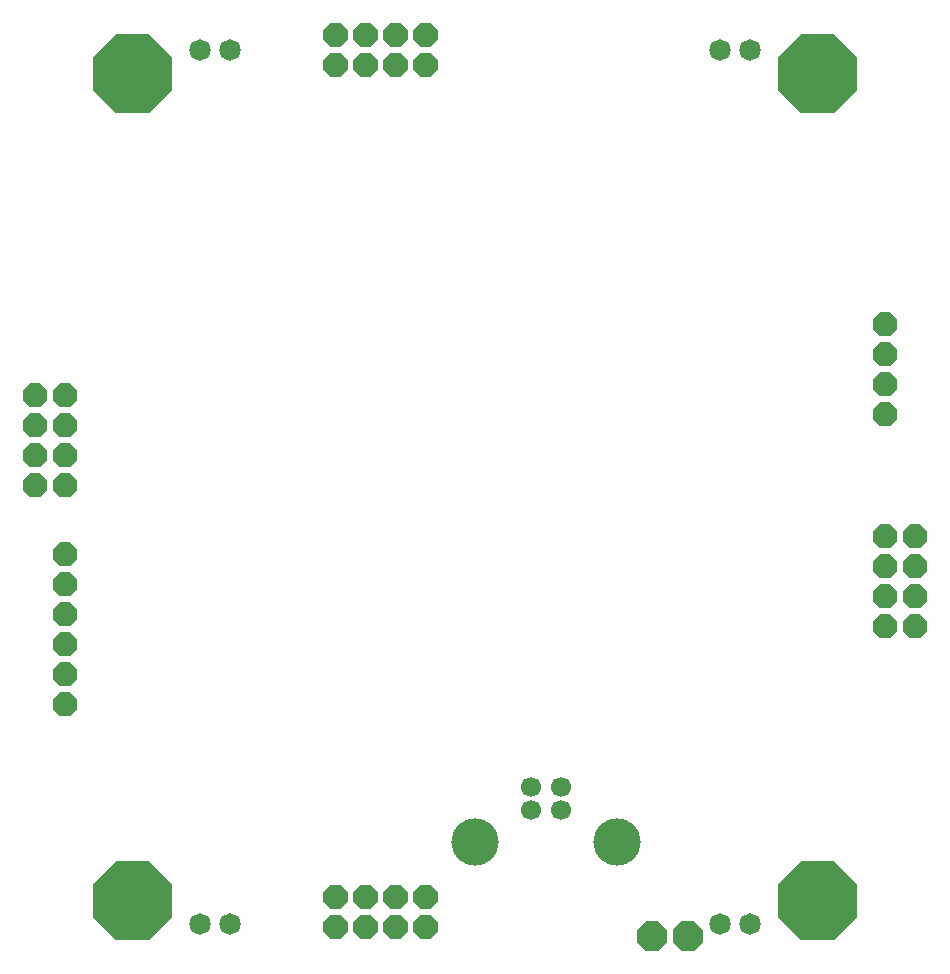
<source format=gbs>
G04 Created by GerbView by Software Companions*
%FSLAX24Y24*%
%MOIN*%
%ADD10C,0.0010*%
%ADD11C,0.0718*%
%ADD12C,0.1574*%
%ADD13C,0.0669*%
%LNEXPORT*%
D02*
D10*
G36*
X28474Y30069D02*
X27707Y30836D01*
X26622D01*
X25855Y30069D01*
Y28984D01*
X26622Y28217D01*
X27707D01*
X28474Y28984D01*
Y30069D01*
G37*
G36*
X5639Y2510D02*
X4872Y3277D01*
X3787D01*
X3020Y2510D01*
Y1425D01*
X3787Y658D01*
X4872D01*
X5639Y1425D01*
Y2510D01*
G37*
D11*
X7586Y1181D03*
D10*
D11*
X6586Y1181D03*
D10*
G36*
X29255Y20585D02*
X29020Y20350D01*
Y20019D01*
X29255Y19784D01*
X29586D01*
X29821Y20019D01*
Y20350D01*
X29586Y20585D01*
X29255D01*
G37*
G36*
X29255Y21585D02*
X29020Y21350D01*
Y21019D01*
X29255Y20784D01*
X29586D01*
X29821Y21019D01*
Y21350D01*
X29586Y21585D01*
X29255D01*
G37*
G36*
X29255Y18585D02*
X29020Y18350D01*
Y18019D01*
X29255Y17784D01*
X29586D01*
X29821Y18019D01*
Y18350D01*
X29586Y18585D01*
X29255D01*
G37*
G36*
X29255Y19585D02*
X29020Y19350D01*
Y19019D01*
X29255Y18784D01*
X29586D01*
X29821Y19019D01*
Y19350D01*
X29586Y19585D01*
X29255D01*
G37*
G36*
X29255Y13498D02*
X29020Y13263D01*
Y12932D01*
X29255Y12697D01*
X29586D01*
X29821Y12932D01*
Y13263D01*
X29586Y13498D01*
X29255D01*
G37*
G36*
X29255Y12498D02*
X29020Y12263D01*
Y11932D01*
X29255Y11697D01*
X29586D01*
X29821Y11932D01*
Y12263D01*
X29586Y12498D01*
X29255D01*
G37*
G36*
X30255Y13498D02*
X30020Y13263D01*
Y12932D01*
X30255Y12697D01*
X30586D01*
X30821Y12932D01*
Y13263D01*
X30586Y13498D01*
X30255D01*
G37*
G36*
X30255Y11498D02*
X30020Y11263D01*
Y10932D01*
X30255Y10697D01*
X30586D01*
X30821Y10932D01*
Y11263D01*
X30586Y11498D01*
X30255D01*
G37*
G36*
X29255Y11498D02*
X29020Y11263D01*
Y10932D01*
X29255Y10697D01*
X29586D01*
X29821Y10932D01*
Y11263D01*
X29586Y11498D01*
X29255D01*
G37*
G36*
X29255Y14498D02*
X29020Y14263D01*
Y13932D01*
X29255Y13697D01*
X29586D01*
X29821Y13932D01*
Y14263D01*
X29586Y14498D01*
X29255D01*
G37*
G36*
X30255Y14498D02*
X30020Y14263D01*
Y13932D01*
X30255Y13697D01*
X30586D01*
X30821Y13932D01*
Y14263D01*
X30586Y14498D01*
X30255D01*
G37*
G36*
X30255Y12498D02*
X30020Y12263D01*
Y11932D01*
X30255Y11697D01*
X30586D01*
X30821Y11932D01*
Y12263D01*
X30586Y12498D01*
X30255D01*
G37*
G36*
X23331Y993D02*
X23040Y1284D01*
X22627D01*
X22336Y993D01*
Y580D01*
X22627Y289D01*
X23040D01*
X23331Y580D01*
Y993D01*
G37*
G36*
X2239Y11122D02*
X2474Y11357D01*
Y11688D01*
X2239Y11923D01*
X1908D01*
X1673Y11688D01*
Y11357D01*
X1908Y11122D01*
X2239D01*
G37*
G36*
X2239Y9122D02*
X2474Y9357D01*
Y9688D01*
X2239Y9923D01*
X1908D01*
X1673Y9688D01*
Y9357D01*
X1908Y9122D01*
X2239D01*
G37*
G36*
X2239Y10122D02*
X2474Y10357D01*
Y10688D01*
X2239Y10923D01*
X1908D01*
X1673Y10688D01*
Y10357D01*
X1908Y10122D01*
X2239D01*
G37*
G36*
X2239Y13122D02*
X2474Y13357D01*
Y13688D01*
X2239Y13923D01*
X1908D01*
X1673Y13688D01*
Y13357D01*
X1908Y13122D01*
X2239D01*
G37*
G36*
X2239Y12122D02*
X2474Y12357D01*
Y12688D01*
X2239Y12923D01*
X1908D01*
X1673Y12688D01*
Y12357D01*
X1908Y12122D01*
X2239D01*
G37*
G36*
X2239Y8122D02*
X2474Y8357D01*
Y8688D01*
X2239Y8923D01*
X1908D01*
X1673Y8688D01*
Y8357D01*
X1908Y8122D01*
X2239D01*
G37*
D11*
X23909Y30314D03*
D10*
D11*
X24909Y30314D03*
D10*
D11*
X23909Y1181D03*
D10*
D11*
X24909Y1181D03*
D10*
D11*
X7586Y30314D03*
D10*
D11*
X6586Y30314D03*
D10*
G36*
X22150Y993D02*
X21859Y1284D01*
X21446D01*
X21155Y993D01*
Y580D01*
X21446Y289D01*
X21859D01*
X22150Y580D01*
Y993D01*
G37*
G36*
X13498Y2239D02*
X13263Y2474D01*
X12932D01*
X12697Y2239D01*
Y1908D01*
X12932Y1673D01*
X13263D01*
X13498Y1908D01*
Y2239D01*
G37*
G36*
X12498Y2239D02*
X12263Y2474D01*
X11932D01*
X11697Y2239D01*
Y1908D01*
X11932Y1673D01*
X12263D01*
X12498Y1908D01*
Y2239D01*
G37*
G36*
X13498Y1239D02*
X13263Y1474D01*
X12932D01*
X12697Y1239D01*
Y908D01*
X12932Y673D01*
X13263D01*
X13498Y908D01*
Y1239D01*
G37*
G36*
X11498Y1239D02*
X11263Y1474D01*
X10932D01*
X10697Y1239D01*
Y908D01*
X10932Y673D01*
X11263D01*
X11498Y908D01*
Y1239D01*
G37*
G36*
X11498Y2239D02*
X11263Y2474D01*
X10932D01*
X10697Y2239D01*
Y1908D01*
X10932Y1673D01*
X11263D01*
X11498Y1908D01*
Y2239D01*
G37*
G36*
X14498Y2239D02*
X14263Y2474D01*
X13932D01*
X13697Y2239D01*
Y1908D01*
X13932Y1673D01*
X14263D01*
X14498Y1908D01*
Y2239D01*
G37*
G36*
X14498Y1239D02*
X14263Y1474D01*
X13932D01*
X13697Y1239D01*
Y908D01*
X13932Y673D01*
X14263D01*
X14498Y908D01*
Y1239D01*
G37*
G36*
X12498Y1239D02*
X12263Y1474D01*
X11932D01*
X11697Y1239D01*
Y908D01*
X11932Y673D01*
X12263D01*
X12498Y908D01*
Y1239D01*
G37*
G36*
X28474Y2510D02*
X27707Y3277D01*
X26622D01*
X25855Y2510D01*
Y1425D01*
X26622Y658D01*
X27707D01*
X28474Y1425D01*
Y2510D01*
G37*
G36*
X12697Y29648D02*
X12932Y29413D01*
X13263D01*
X13498Y29648D01*
Y29979D01*
X13263Y30214D01*
X12932D01*
X12697Y29979D01*
Y29648D01*
G37*
G36*
X11697Y29648D02*
X11932Y29413D01*
X12263D01*
X12498Y29648D01*
Y29979D01*
X12263Y30214D01*
X11932D01*
X11697Y29979D01*
Y29648D01*
G37*
G36*
X12697Y30648D02*
X12932Y30413D01*
X13263D01*
X13498Y30648D01*
Y30979D01*
X13263Y31214D01*
X12932D01*
X12697Y30979D01*
Y30648D01*
G37*
G36*
X10697Y30648D02*
X10932Y30413D01*
X11263D01*
X11498Y30648D01*
Y30979D01*
X11263Y31214D01*
X10932D01*
X10697Y30979D01*
Y30648D01*
G37*
G36*
X10697Y29648D02*
X10932Y29413D01*
X11263D01*
X11498Y29648D01*
Y29979D01*
X11263Y30214D01*
X10932D01*
X10697Y29979D01*
Y29648D01*
G37*
G36*
X13697Y29648D02*
X13932Y29413D01*
X14263D01*
X14498Y29648D01*
Y29979D01*
X14263Y30214D01*
X13932D01*
X13697Y29979D01*
Y29648D01*
G37*
G36*
X13697Y30648D02*
X13932Y30413D01*
X14263D01*
X14498Y30648D01*
Y30979D01*
X14263Y31214D01*
X13932D01*
X13697Y30979D01*
Y30648D01*
G37*
G36*
X11697Y30648D02*
X11932Y30413D01*
X12263D01*
X12498Y30648D01*
Y30979D01*
X12263Y31214D01*
X11932D01*
X11697Y30979D01*
Y30648D01*
G37*
G36*
X2239Y16421D02*
X2474Y16656D01*
Y16987D01*
X2239Y17222D01*
X1908D01*
X1673Y16987D01*
Y16656D01*
X1908Y16421D01*
X2239D01*
G37*
G36*
X2239Y17421D02*
X2474Y17656D01*
Y17987D01*
X2239Y18222D01*
X1908D01*
X1673Y17987D01*
Y17656D01*
X1908Y17421D01*
X2239D01*
G37*
G36*
X1239Y16421D02*
X1474Y16656D01*
Y16987D01*
X1239Y17222D01*
X908D01*
X673Y16987D01*
Y16656D01*
X908Y16421D01*
X1239D01*
G37*
G36*
X1239Y18421D02*
X1474Y18656D01*
Y18987D01*
X1239Y19222D01*
X908D01*
X673Y18987D01*
Y18656D01*
X908Y18421D01*
X1239D01*
G37*
G36*
X2239Y18421D02*
X2474Y18656D01*
Y18987D01*
X2239Y19222D01*
X1908D01*
X1673Y18987D01*
Y18656D01*
X1908Y18421D01*
X2239D01*
G37*
G36*
X2239Y15421D02*
X2474Y15656D01*
Y15987D01*
X2239Y16222D01*
X1908D01*
X1673Y15987D01*
Y15656D01*
X1908Y15421D01*
X2239D01*
G37*
G36*
X1239Y15421D02*
X1474Y15656D01*
Y15987D01*
X1239Y16222D01*
X908D01*
X673Y15987D01*
Y15656D01*
X908Y15421D01*
X1239D01*
G37*
G36*
X1239Y17421D02*
X1474Y17656D01*
Y17987D01*
X1239Y18222D01*
X908D01*
X673Y17987D01*
Y17656D01*
X908Y17421D01*
X1239D01*
G37*
G36*
X5639Y30069D02*
X4872Y30836D01*
X3787D01*
X3020Y30069D01*
Y28984D01*
X3787Y28217D01*
X4872D01*
X5639Y28984D01*
Y30069D01*
G37*
D12*
X15740Y3897D03*
D10*
D13*
X17618Y4964D03*
D10*
D13*
X18602Y5751D03*
D10*
D12*
X20480Y3897D03*
D10*
D13*
X17618Y5751D03*
D10*
D13*
X18602Y4964D03*
D10*
D10*
D02*
M02*

</source>
